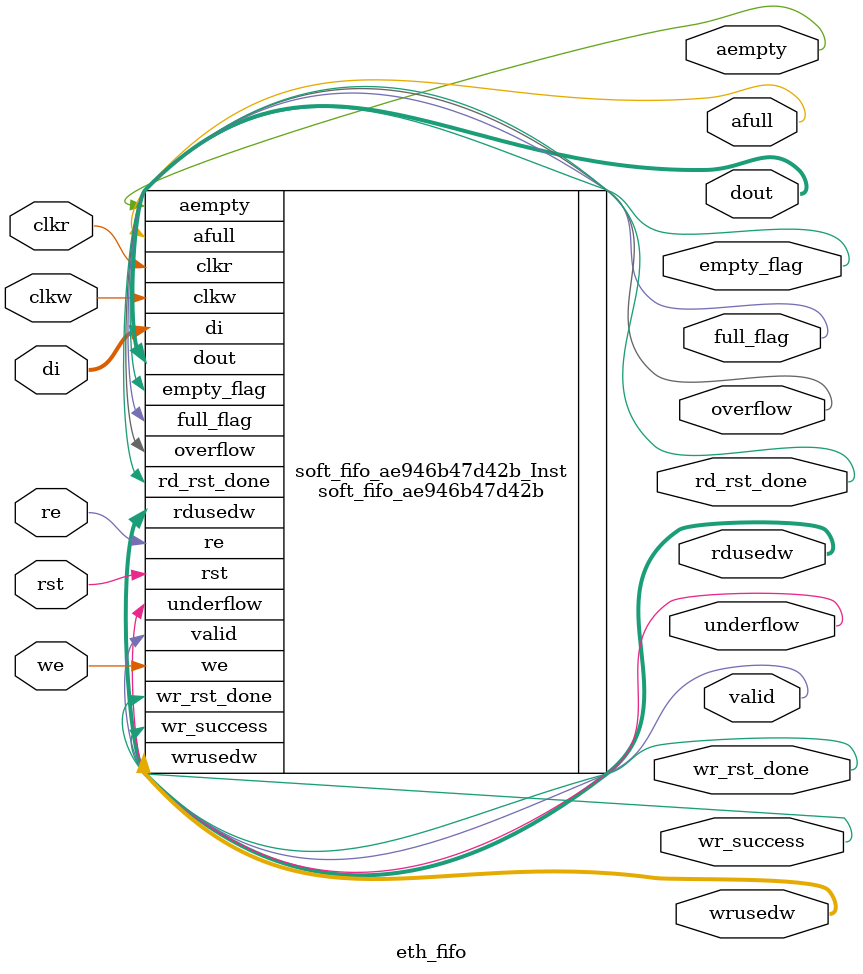
<source format=v>
/************************************************************\
**	Copyright (c) 2012-2025 Anlogic Inc.
**	All Right Reserved.
\************************************************************/
/************************************************************\
**	Build time: Oct 25 2025 18:10:47
**	TD version	:	6.2.168116
************************************************************/
`timescale 1ns/1ps
module eth_fifo
(
  input                         rst,
  input   [15:0]                di,
  input                         clkr,
  input                         re,
  input                         clkw,
  input                         we,
  output  [7:0]                 dout,
  output                        empty_flag,
  output                        aempty,
  output                        full_flag,
  output                        afull,
  output                        valid,
  output                        overflow,
  output                        underflow,
  output                        wr_success,
  output  [10:0]                rdusedw,
  output  [9:0]                 wrusedw,
  output                        wr_rst_done,
  output                        rd_rst_done
);

  soft_fifo_ae946b47d42b
  #(
      .COMMON_CLK_EN(0),
      .MEMORY_TYPE(0),
      .RST_TYPE(1),
      .DATA_WIDTH_W(16),
      .ADDR_WIDTH_W(10),
      .DATA_WIDTH_R(8),
      .ADDR_WIDTH_R(11),
      .DOUT_INITVAL(8'h0),
      .OUTREG_EN("NOREG"),
      .SHOW_AHEAD_EN(0),
      .AL_FULL_NUM(1021),
      .AL_EMPTY_NUM(2),
      .RDUSEDW_WIDTH(11),
      .WRUSEDW_WIDTH(10),
      .ASYNC_RST_SYNC_RELS(1),
      .SYNC_STAGE(2)
  )soft_fifo_ae946b47d42b_Inst
  (
      .rst(rst),
      .di(di),
      .clkr(clkr),
      .re(re),
      .clkw(clkw),
      .we(we),
      .dout(dout),
      .empty_flag(empty_flag),
      .aempty(aempty),
      .full_flag(full_flag),
      .afull(afull),
      .valid(valid),
      .overflow(overflow),
      .underflow(underflow),
      .wr_success(wr_success),
      .rdusedw(rdusedw),
      .wrusedw(wrusedw),
      .wr_rst_done(wr_rst_done),
      .rd_rst_done(rd_rst_done)
  );
endmodule

</source>
